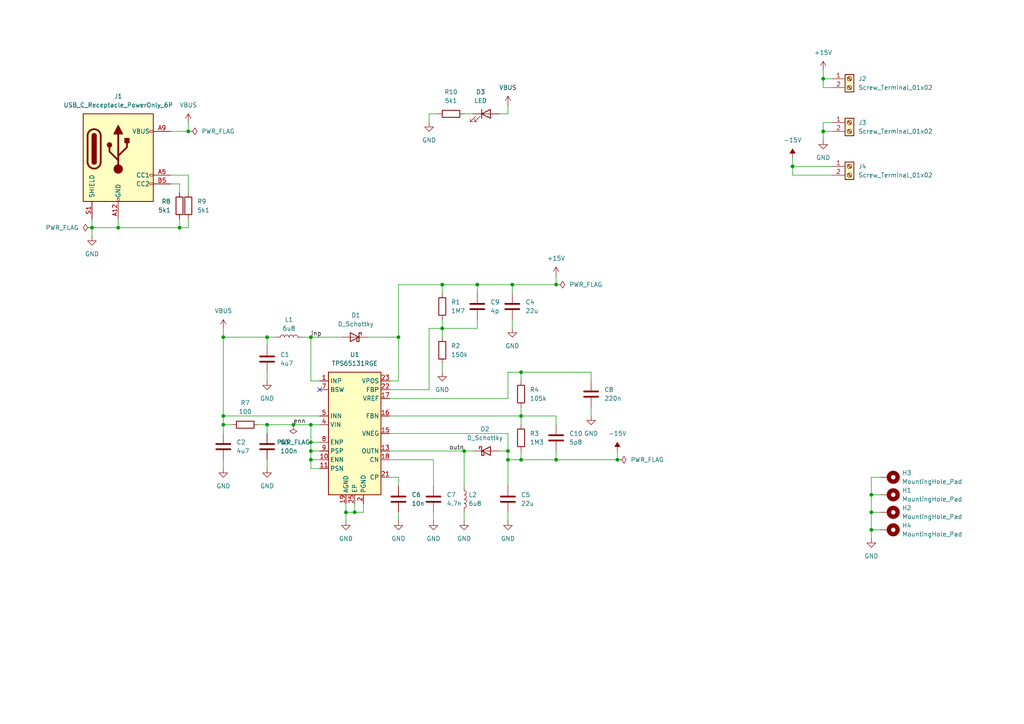
<source format=kicad_sch>
(kicad_sch (version 20231120) (generator "eeschema") (generator_version "8.0")
  (paper "A4")
  (lib_symbols
    (symbol "Connector:Screw_Terminal_01x02" (pin_names (offset 1.016) hide)
      (property "Reference" "J" (at 0 2.54 0))
      (property "Value" "Screw_Terminal_01x02" (at 0 -5.08 0))
      (symbol "Screw_Terminal_01x02_1_1"
        (rectangle (start -1.27 1.27) (end 1.27 -3.81) (stroke (width 0.254)) (fill (type background)))
        (circle (center 0 -2.54) (radius 0.635) (stroke (width 0.1524)))
        (polyline (pts (xy -0.5334 -2.2098) (xy 0.3302 -3.048)) (stroke (width 0.1524)))
        (polyline (pts (xy -0.5334 0.3302) (xy 0.3302 -0.508)) (stroke (width 0.1524)))
        (polyline (pts (xy -0.3556 -2.032) (xy 0.508 -2.8702)) (stroke (width 0.1524)))
        (polyline (pts (xy -0.3556 0.508) (xy 0.508 -0.3302)) (stroke (width 0.1524)))
        (circle (center 0 0) (radius 0.635) (stroke (width 0.1524)))
        (pin passive line (at -5.08 0 0) (length 3.81) (name "Pin_1") (number "1"))
        (pin passive line (at -5.08 -2.54 0) (length 3.81) (name "Pin_2") (number "2"))
      )
    )
    (symbol "Connector:USB_C_Receptacle_PowerOnly_6P" (pin_names (offset 1.016))
      (property "Reference" "J" (at 0 16.51 0))
      (property "Value" "USB_C_Receptacle_PowerOnly_6P" (at 0 13.97 0))
      (symbol "USB_C_Receptacle_PowerOnly_6P_0_0"
        (rectangle (start -0.254 -12.7) (end 0.254 -11.684))
        (rectangle (start 10.16 -7.366) (end 9.144 -7.874))
        (rectangle (start 10.16 -4.826) (end 9.144 -5.334))
        (rectangle (start 10.16 7.874) (end 9.144 7.366))
      )
      (symbol "USB_C_Receptacle_PowerOnly_6P_0_1"
        (rectangle (start -10.16 12.7) (end 10.16 -12.7) (stroke (width 0.254)) (fill (type background)))
        (arc (start -8.89 -1.27) (mid -6.985 -3.1667) (end -5.08 -1.27) (stroke (width 0.508)))
        (arc (start -7.62 -1.27) (mid -6.985 -1.9023) (end -6.35 -1.27) (stroke (width 0.254)))
        (arc (start -7.62 -1.27) (mid -6.985 -1.9023) (end -6.35 -1.27) (stroke (width 0.254)) (fill (type outline)))
        (rectangle (start -7.62 -1.27) (end -6.35 6.35) (stroke (width 0.254)) (fill (type outline)))
        (arc (start -6.35 6.35) (mid -6.985 6.9823) (end -7.62 6.35) (stroke (width 0.254)))
        (arc (start -6.35 6.35) (mid -6.985 6.9823) (end -7.62 6.35) (stroke (width 0.254)) (fill (type outline)))
        (arc (start -5.08 6.35) (mid -6.985 8.2467) (end -8.89 6.35) (stroke (width 0.508)))
        (circle (center -2.54 3.683) (radius 0.635) (stroke (width 0.254)) (fill (type outline)))
        (circle (center 0 -3.302) (radius 1.27) (fill (type outline)))
        (polyline (pts (xy -8.89 -1.27) (xy -8.89 6.35)) (stroke (width 0.508)))
        (polyline (pts (xy -5.08 6.35) (xy -5.08 -1.27)) (stroke (width 0.508)))
        (polyline (pts (xy 0 -3.302) (xy 0 6.858)) (stroke (width 0.508)))
        (polyline (pts (xy 0 -0.762) (xy -2.54 1.778) (xy -2.54 3.048)) (stroke (width 0.508)))
        (polyline (pts (xy 0 0.508) (xy 2.54 3.048) (xy 2.54 4.318)) (stroke (width 0.508)))
        (polyline (pts (xy -1.27 6.858) (xy 0 9.398) (xy 1.27 6.858) (xy -1.27 6.858)) (stroke (width 0.254)) (fill (type outline)))
        (rectangle (start 1.905 4.318) (end 3.175 5.588) (stroke (width 0.254)) (fill (type outline)))
      )
      (symbol "USB_C_Receptacle_PowerOnly_6P_1_1"
        (pin passive line (at 0 -17.78 90) (length 5.08) (name "GND") (number "A12"))
        (pin bidirectional line (at 15.24 -5.08 180) (length 5.08) (name "CC1") (number "A5"))
        (pin passive line (at 15.24 7.62 180) (length 5.08) (name "VBUS") (number "A9"))
        (pin passive line (at 0 -17.78 90) (length 5.08) hide (name "GND") (number "B12"))
        (pin bidirectional line (at 15.24 -7.62 180) (length 5.08) (name "CC2") (number "B5"))
        (pin passive line (at 15.24 7.62 180) (length 5.08) hide (name "VBUS") (number "B9"))
        (pin passive line (at -7.62 -17.78 90) (length 5.08) (name "SHIELD") (number "S1"))
      )
    )
    (symbol "Device:C" (pin_numbers hide) (pin_names (offset 0.254))
      (property "Reference" "C" (at 0.635 2.54 0))
      (property "Value" "C" (at 0.635 -2.54 0))
      (symbol "C_0_1"
        (polyline (pts (xy -2.032 -0.762) (xy 2.032 -0.762)) (stroke (width 0.508)))
        (polyline (pts (xy -2.032 0.762) (xy 2.032 0.762)) (stroke (width 0.508)))
      )
      (symbol "C_1_1"
        (pin passive line (at 0 3.81 270) (length 2.794) (name "~") (number "1"))
        (pin passive line (at 0 -3.81 90) (length 2.794) (name "~") (number "2"))
      )
    )
    (symbol "Device:D_Schottky" (pin_numbers hide) (pin_names (offset 1.016) hide)
      (property "Reference" "D" (at 0 2.54 0))
      (property "Value" "D_Schottky" (at 0 -2.54 0))
      (symbol "D_Schottky_0_1"
        (polyline (pts (xy 1.27 0) (xy -1.27 0)))
        (polyline (pts (xy 1.27 1.27) (xy 1.27 -1.27) (xy -1.27 0) (xy 1.27 1.27)) (stroke (width 0.254)))
        (polyline (pts (xy -1.905 0.635) (xy -1.905 1.27) (xy -1.27 1.27) (xy -1.27 -1.27) (xy -0.635 -1.27) (xy -0.635 -0.635)) (stroke (width 0.254)))
      )
      (symbol "D_Schottky_1_1"
        (pin passive line (at -3.81 0 0) (length 2.54) (name "K") (number "1"))
        (pin passive line (at 3.81 0 180) (length 2.54) (name "A") (number "2"))
      )
    )
    (symbol "Device:L" (pin_numbers hide) (pin_names (offset 1.016) hide)
      (property "Reference" "L" (at -1.27 0 90))
      (property "Value" "L" (at 1.905 0 90))
      (symbol "L_0_1"
        (arc (start 0 -2.54) (mid 0.6323 -1.905) (end 0 -1.27))
        (arc (start 0 -1.27) (mid 0.6323 -0.635) (end 0 0))
        (arc (start 0 0) (mid 0.6323 0.635) (end 0 1.27))
        (arc (start 0 1.27) (mid 0.6323 1.905) (end 0 2.54))
      )
      (symbol "L_1_1"
        (pin passive line (at 0 3.81 270) (length 1.27) (name "1") (number "1"))
        (pin passive line (at 0 -3.81 90) (length 1.27) (name "2") (number "2"))
      )
    )
    (symbol "Device:LED" (pin_numbers hide) (pin_names (offset 1.016) hide)
      (property "Reference" "D" (at 0 2.54 0))
      (property "Value" "LED" (at 0 -2.54 0))
      (symbol "LED_0_1"
        (polyline (pts (xy -1.27 -1.27) (xy -1.27 1.27)) (stroke (width 0.254)))
        (polyline (pts (xy -1.27 0) (xy 1.27 0)))
        (polyline (pts (xy 1.27 -1.27) (xy 1.27 1.27) (xy -1.27 0) (xy 1.27 -1.27)) (stroke (width 0.254)))
        (polyline (pts (xy -3.048 -0.762) (xy -4.572 -2.286) (xy -3.81 -2.286) (xy -4.572 -2.286) (xy -4.572 -1.524)))
        (polyline (pts (xy -1.778 -0.762) (xy -3.302 -2.286) (xy -2.54 -2.286) (xy -3.302 -2.286) (xy -3.302 -1.524)))
      )
      (symbol "LED_1_1"
        (pin passive line (at -3.81 0 0) (length 2.54) (name "K") (number "1"))
        (pin passive line (at 3.81 0 180) (length 2.54) (name "A") (number "2"))
      )
    )
    (symbol "Device:R" (pin_numbers hide) (pin_names (offset 0))
      (property "Reference" "R" (at 2.032 0 90))
      (property "Value" "R" (at 0 0 90))
      (symbol "R_0_1"
        (rectangle (start -1.016 -2.54) (end 1.016 2.54) (stroke (width 0.254)))
      )
      (symbol "R_1_1"
        (pin passive line (at 0 3.81 270) (length 1.27) (name "~") (number "1"))
        (pin passive line (at 0 -3.81 90) (length 1.27) (name "~") (number "2"))
      )
    )
    (symbol "Mechanical:MountingHole_Pad" (pin_numbers hide) (pin_names (offset 1.016) hide) (exclude_from_sim yes) (in_bom no)
      (property "Reference" "H" (at 0 6.35 0))
      (property "Value" "MountingHole_Pad" (at 0 4.445 0))
      (symbol "MountingHole_Pad_0_1"
        (circle (center 0 1.27) (radius 1.27) (stroke (width 1.27)))
      )
      (symbol "MountingHole_Pad_1_1"
        (pin input line (at 0 -2.54 90) (length 2.54) (name "1") (number "1"))
      )
    )
    (symbol "Regulator_Switching:TPS65131RGE"
      (property "Reference" "U" (at -6.858 21.082 0))
      (property "Value" "TPS65131RGE" (at -1.016 19.05 0))
      (symbol "TPS65131RGE_0_1"
        (rectangle (start -7.62 17.78) (end 7.62 -17.78) (stroke (width 0.254)) (fill (type background)))
      )
      (symbol "TPS65131RGE_1_1"
        (pin input line (at -10.16 15.24 0) (length 2.54) (name "INP") (number "1"))
        (pin input line (at -10.16 -7.62 0) (length 2.54) (name "ENN") (number "10"))
        (pin input line (at -10.16 -10.16 0) (length 2.54) (name "PSN") (number "11"))
        (pin no_connect line (at -7.62 7.62 0) (length 2.54) hide (name "NC") (number "12"))
        (pin output line (at 10.16 -5.08 180) (length 2.54) (name "OUTN") (number "13"))
        (pin passive line (at 10.16 -5.08 180) (length 2.54) hide (name "OUTN") (number "14"))
        (pin input line (at 10.16 0 180) (length 2.54) (name "VNEG") (number "15"))
        (pin input line (at 10.16 5.08 180) (length 2.54) (name "FBN") (number "16"))
        (pin output line (at 10.16 10.16 180) (length 2.54) (name "VREF") (number "17"))
        (pin passive line (at 10.16 -7.62 180) (length 2.54) (name "CN") (number "18"))
        (pin power_in line (at -2.54 -20.32 90) (length 2.54) (name "AGND") (number "19"))
        (pin power_in line (at 2.54 -20.32 90) (length 2.54) (name "PGND") (number "2"))
        (pin no_connect line (at -7.62 10.16 0) (length 2.54) hide (name "NC") (number "20"))
        (pin passive line (at 10.16 -12.7 180) (length 2.54) (name "CP") (number "21"))
        (pin input line (at 10.16 12.7 180) (length 2.54) (name "FBP") (number "22"))
        (pin input line (at 10.16 15.24 180) (length 2.54) (name "VPOS") (number "23"))
        (pin input line (at -10.16 15.24 0) (length 2.54) hide (name "INP") (number "24"))
        (pin passive line (at 0 -20.32 90) (length 2.54) (name "EP") (number "25"))
        (pin passive line (at 2.54 -20.32 90) (length 2.54) hide (name "PGND") (number "3"))
        (pin power_in line (at -10.16 2.54 0) (length 2.54) (name "VIN") (number "4"))
        (pin input line (at -10.16 5.08 0) (length 2.54) (name "INN") (number "5"))
        (pin input line (at -10.16 5.08 0) (length 2.54) hide (name "INN") (number "6"))
        (pin output line (at -10.16 12.7 0) (length 2.54) (name "BSW") (number "7"))
        (pin input line (at -10.16 -2.54 0) (length 2.54) (name "ENP") (number "8"))
        (pin input line (at -10.16 -5.08 0) (length 2.54) (name "PSP") (number "9"))
      )
    )
    (symbol "power:+15V" (power) (pin_numbers hide) (pin_names (offset 0) hide)
      (property "Value" "+15V" (at 0 3.556 0))
      (symbol "+15V_0_1"
        (polyline (pts (xy -0.762 1.27) (xy 0 2.54)))
        (polyline (pts (xy 0 0) (xy 0 2.54)))
        (polyline (pts (xy 0 2.54) (xy 0.762 1.27)))
      )
      (symbol "+15V_1_1"
        (pin power_in line (at 0 0 90) (length 0) (name "~") (number "1"))
      )
    )
    (symbol "power:-15V" (power) (pin_numbers hide) (pin_names (offset 0) hide)
      (property "Value" "-15V" (at 0 3.556 0))
      (symbol "-15V_0_0"
        (pin power_in line (at 0 0 90) (length 0) (name "~") (number "1"))
      )
      (symbol "-15V_0_1"
        (polyline (pts (xy 0 0) (xy 0 1.27) (xy 0.762 1.27) (xy 0 2.54) (xy -0.762 1.27) (xy 0 1.27)) (fill (type outline)))
      )
    )
    (symbol "power:GND" (power) (pin_numbers hide) (pin_names (offset 0) hide)
      (property "Value" "GND" (at 0 -3.81 0))
      (symbol "GND_0_1"
        (polyline (pts (xy 0 0) (xy 0 -1.27) (xy 1.27 -1.27) (xy 0 -2.54) (xy -1.27 -1.27) (xy 0 -1.27)))
      )
      (symbol "GND_1_1"
        (pin power_in line (at 0 0 270) (length 0) (name "~") (number "1"))
      )
    )
    (symbol "power:PWR_FLAG" (power) (pin_numbers hide) (pin_names (offset 0) hide)
      (property "Value" "PWR_FLAG" (at 0 3.81 0))
      (symbol "PWR_FLAG_0_0"
        (pin power_out line (at 0 0 90) (length 0) (name "~") (number "1"))
      )
      (symbol "PWR_FLAG_0_1"
        (polyline (pts (xy 0 0) (xy 0 1.27) (xy -1.016 1.905) (xy 0 2.54) (xy 1.016 1.905) (xy 0 1.27)))
      )
    )
    (symbol "power:VBUS" (power) (pin_numbers hide) (pin_names (offset 0) hide)
      (property "Value" "VBUS" (at 0 3.556 0))
      (symbol "VBUS_0_1"
        (polyline (pts (xy -0.762 1.27) (xy 0 2.54)))
        (polyline (pts (xy 0 0) (xy 0 2.54)))
        (polyline (pts (xy 0 2.54) (xy 0.762 1.27)))
      )
      (symbol "VBUS_1_1"
        (pin power_in line (at 0 0 90) (length 0) (name "~") (number "1"))
      )
    )
  )
  (junction (at 148.59 82.55))
  (junction (at 64.77 123.19))
  (junction (at 115.57 97.79))
  (junction (at 128.27 82.55))
  (junction (at 54.61 38.1))
  (junction (at 238.76 22.86))
  (junction (at 26.67 66.04))
  (junction (at 151.13 107.95))
  (junction (at 100.33 148.59))
  (junction (at 252.73 148.59))
  (junction (at 147.32 130.81))
  (junction (at 128.27 95.25))
  (junction (at 161.29 82.55))
  (junction (at 252.73 153.67))
  (junction (at 90.17 130.81))
  (junction (at 238.76 38.1))
  (junction (at 64.77 97.79))
  (junction (at 179.07 133.35))
  (junction (at 90.17 97.79))
  (junction (at 90.17 123.19))
  (junction (at 77.47 123.19))
  (junction (at 90.17 128.27))
  (junction (at 85.09 123.19))
  (junction (at 64.77 120.65))
  (junction (at 252.73 143.51))
  (junction (at 161.29 133.35))
  (junction (at 134.62 130.81))
  (junction (at 77.47 97.79))
  (junction (at 229.87 48.26))
  (junction (at 151.13 120.65))
  (junction (at 52.07 66.04))
  (junction (at 138.43 82.55))
  (junction (at 147.32 133.35))
  (junction (at 90.17 133.35))
  (junction (at 151.13 133.35))
  (junction (at 102.87 148.59))
  (junction (at 34.29 66.04))
  (no_connect (at 92.71 113.03))
  (wire (pts (xy 147.32 125.73) (xy 147.32 130.81)))
  (wire (pts (xy 229.87 50.8) (xy 241.3 50.8)))
  (wire (pts (xy 77.47 100.33) (xy 77.47 97.79)))
  (wire (pts (xy 252.73 138.43) (xy 255.27 138.43)))
  (wire (pts (xy 113.03 130.81) (xy 134.62 130.81)))
  (wire (pts (xy 105.41 146.05) (xy 105.41 148.59)))
  (wire (pts (xy 52.07 63.5) (xy 52.07 66.04)))
  (wire (pts (xy 147.32 148.59) (xy 147.32 151.13)))
  (wire (pts (xy 102.87 148.59) (xy 100.33 148.59)))
  (wire (pts (xy 134.62 130.81) (xy 137.16 130.81)))
  (wire (pts (xy 148.59 82.55) (xy 161.29 82.55)))
  (wire (pts (xy 161.29 80.01) (xy 161.29 82.55)))
  (wire (pts (xy 238.76 25.4) (xy 241.3 25.4)))
  (wire (pts (xy 124.46 95.25) (xy 124.46 113.03)))
  (wire (pts (xy 90.17 133.35) (xy 90.17 130.81)))
  (wire (pts (xy 115.57 110.49) (xy 115.57 97.79)))
  (wire (pts (xy 77.47 107.95) (xy 77.47 110.49)))
  (wire (pts (xy 54.61 50.8) (xy 54.61 55.88)))
  (wire (pts (xy 49.53 38.1) (xy 54.61 38.1)))
  (wire (pts (xy 252.73 148.59) (xy 255.27 148.59)))
  (wire (pts (xy 252.73 153.67) (xy 255.27 153.67)))
  (wire (pts (xy 252.73 143.51) (xy 252.73 138.43)))
  (wire (pts (xy 147.32 30.48) (xy 147.32 33.02)))
  (wire (pts (xy 179.07 130.81) (xy 179.07 133.35)))
  (wire (pts (xy 229.87 48.26) (xy 241.3 48.26)))
  (wire (pts (xy 127 33.02) (xy 124.46 33.02)))
  (wire (pts (xy 238.76 22.86) (xy 241.3 22.86)))
  (wire (pts (xy 64.77 133.35) (xy 64.77 135.89)))
  (wire (pts (xy 171.45 118.11) (xy 171.45 120.65)))
  (wire (pts (xy 138.43 95.25) (xy 128.27 95.25)))
  (wire (pts (xy 147.32 115.57) (xy 147.32 107.95)))
  (wire (pts (xy 64.77 120.65) (xy 64.77 123.19)))
  (wire (pts (xy 85.09 123.19) (xy 90.17 123.19)))
  (wire (pts (xy 102.87 146.05) (xy 102.87 148.59)))
  (wire (pts (xy 238.76 38.1) (xy 241.3 38.1)))
  (wire (pts (xy 151.13 120.65) (xy 161.29 120.65)))
  (wire (pts (xy 138.43 92.71) (xy 138.43 95.25)))
  (wire (pts (xy 100.33 148.59) (xy 100.33 151.13)))
  (wire (pts (xy 134.62 148.59) (xy 134.62 151.13)))
  (wire (pts (xy 77.47 123.19) (xy 85.09 123.19)))
  (wire (pts (xy 26.67 63.5) (xy 26.67 66.04)))
  (wire (pts (xy 90.17 110.49) (xy 92.71 110.49)))
  (wire (pts (xy 90.17 97.79) (xy 99.06 97.79)))
  (wire (pts (xy 92.71 123.19) (xy 90.17 123.19)))
  (wire (pts (xy 151.13 107.95) (xy 171.45 107.95)))
  (wire (pts (xy 105.41 148.59) (xy 102.87 148.59)))
  (wire (pts (xy 125.73 148.59) (xy 125.73 151.13)))
  (wire (pts (xy 128.27 95.25) (xy 128.27 97.79)))
  (wire (pts (xy 148.59 95.25) (xy 148.59 92.71)))
  (wire (pts (xy 128.27 82.55) (xy 115.57 82.55)))
  (wire (pts (xy 90.17 97.79) (xy 90.17 110.49)))
  (wire (pts (xy 34.29 63.5) (xy 34.29 66.04)))
  (wire (pts (xy 147.32 130.81) (xy 147.32 133.35)))
  (wire (pts (xy 26.67 66.04) (xy 34.29 66.04)))
  (wire (pts (xy 115.57 140.97) (xy 115.57 138.43)))
  (wire (pts (xy 229.87 48.26) (xy 229.87 50.8)))
  (wire (pts (xy 124.46 113.03) (xy 113.03 113.03)))
  (wire (pts (xy 124.46 33.02) (xy 124.46 35.56)))
  (wire (pts (xy 252.73 156.21) (xy 252.73 153.67)))
  (wire (pts (xy 161.29 130.81) (xy 161.29 133.35)))
  (wire (pts (xy 54.61 35.56) (xy 54.61 38.1)))
  (wire (pts (xy 147.32 130.81) (xy 144.78 130.81)))
  (wire (pts (xy 52.07 53.34) (xy 52.07 55.88)))
  (wire (pts (xy 113.03 120.65) (xy 151.13 120.65)))
  (wire (pts (xy 74.93 123.19) (xy 77.47 123.19)))
  (wire (pts (xy 151.13 130.81) (xy 151.13 133.35)))
  (wire (pts (xy 92.71 120.65) (xy 64.77 120.65)))
  (wire (pts (xy 147.32 133.35) (xy 147.32 140.97)))
  (wire (pts (xy 90.17 130.81) (xy 92.71 130.81)))
  (wire (pts (xy 90.17 133.35) (xy 92.71 133.35)))
  (wire (pts (xy 128.27 105.41) (xy 128.27 107.95)))
  (wire (pts (xy 171.45 107.95) (xy 171.45 110.49)))
  (wire (pts (xy 252.73 153.67) (xy 252.73 148.59)))
  (wire (pts (xy 138.43 82.55) (xy 128.27 82.55)))
  (wire (pts (xy 148.59 85.09) (xy 148.59 82.55)))
  (wire (pts (xy 134.62 130.81) (xy 134.62 140.97)))
  (wire (pts (xy 90.17 128.27) (xy 92.71 128.27)))
  (wire (pts (xy 147.32 33.02) (xy 144.78 33.02)))
  (wire (pts (xy 115.57 82.55) (xy 115.57 97.79)))
  (wire (pts (xy 151.13 118.11) (xy 151.13 120.65)))
  (wire (pts (xy 238.76 40.64) (xy 238.76 38.1)))
  (wire (pts (xy 115.57 138.43) (xy 113.03 138.43)))
  (wire (pts (xy 77.47 133.35) (xy 77.47 135.89)))
  (wire (pts (xy 100.33 146.05) (xy 100.33 148.59)))
  (wire (pts (xy 161.29 120.65) (xy 161.29 123.19)))
  (wire (pts (xy 161.29 133.35) (xy 179.07 133.35)))
  (wire (pts (xy 229.87 45.72) (xy 229.87 48.26)))
  (wire (pts (xy 64.77 97.79) (xy 77.47 97.79)))
  (wire (pts (xy 151.13 110.49) (xy 151.13 107.95)))
  (wire (pts (xy 238.76 35.56) (xy 241.3 35.56)))
  (wire (pts (xy 64.77 125.73) (xy 64.77 123.19)))
  (wire (pts (xy 113.03 125.73) (xy 147.32 125.73)))
  (wire (pts (xy 252.73 148.59) (xy 252.73 143.51)))
  (wire (pts (xy 147.32 133.35) (xy 151.13 133.35)))
  (wire (pts (xy 54.61 66.04) (xy 54.61 63.5)))
  (wire (pts (xy 113.03 110.49) (xy 115.57 110.49)))
  (wire (pts (xy 90.17 135.89) (xy 90.17 133.35)))
  (wire (pts (xy 125.73 140.97) (xy 125.73 133.35)))
  (wire (pts (xy 148.59 82.55) (xy 138.43 82.55)))
  (wire (pts (xy 90.17 97.79) (xy 87.63 97.79)))
  (wire (pts (xy 115.57 148.59) (xy 115.57 151.13)))
  (wire (pts (xy 49.53 53.34) (xy 52.07 53.34)))
  (wire (pts (xy 138.43 85.09) (xy 138.43 82.55)))
  (wire (pts (xy 238.76 22.86) (xy 238.76 25.4)))
  (wire (pts (xy 115.57 97.79) (xy 106.68 97.79)))
  (wire (pts (xy 128.27 85.09) (xy 128.27 82.55)))
  (wire (pts (xy 64.77 123.19) (xy 67.31 123.19)))
  (wire (pts (xy 92.71 135.89) (xy 90.17 135.89)))
  (wire (pts (xy 77.47 123.19) (xy 77.47 125.73)))
  (wire (pts (xy 34.29 66.04) (xy 52.07 66.04)))
  (wire (pts (xy 147.32 107.95) (xy 151.13 107.95)))
  (wire (pts (xy 52.07 66.04) (xy 54.61 66.04)))
  (wire (pts (xy 49.53 50.8) (xy 54.61 50.8)))
  (wire (pts (xy 26.67 68.58) (xy 26.67 66.04)))
  (wire (pts (xy 252.73 143.51) (xy 255.27 143.51)))
  (wire (pts (xy 128.27 95.25) (xy 124.46 95.25)))
  (wire (pts (xy 90.17 123.19) (xy 90.17 128.27)))
  (wire (pts (xy 90.17 130.81) (xy 90.17 128.27)))
  (wire (pts (xy 151.13 120.65) (xy 151.13 123.19)))
  (wire (pts (xy 113.03 115.57) (xy 147.32 115.57)))
  (wire (pts (xy 134.62 33.02) (xy 137.16 33.02)))
  (wire (pts (xy 125.73 133.35) (xy 113.03 133.35)))
  (wire (pts (xy 151.13 133.35) (xy 161.29 133.35)))
  (wire (pts (xy 238.76 38.1) (xy 238.76 35.56)))
  (wire (pts (xy 64.77 120.65) (xy 64.77 97.79)))
  (wire (pts (xy 77.47 97.79) (xy 80.01 97.79)))
  (wire (pts (xy 238.76 20.32) (xy 238.76 22.86)))
  (wire (pts (xy 128.27 92.71) (xy 128.27 95.25)))
  (wire (pts (xy 64.77 95.25) (xy 64.77 97.79)))
  (label "enn" (at 85.09 123.19 0))
  (label "inp" (at 90.17 97.79 0))
  (label "outn" (at 134.62 130.81 180))
  (symbol (lib_id "Device:D_Schottky") (at 102.87 97.79 0) (mirror y) (unit 1)
    (property "Reference" "D1" (at 103.1875 91.44 0))
    (property "Value" "D_Schottky" (at 103.1875 93.98 0))
    (property "Footprint" "Diode_SMD:D_SMP_DO-220AA" (effects (hide yes)))
    (property "Description" "Schottky diode" (effects (hide yes)))
  )
  (symbol (lib_id "power:GND") (at 77.47 110.49 0) (unit 1)
    (property "Reference" "#PWR03" (effects (hide yes)))
    (property "Value" "GND" (at 77.47 115.57 0))
    (property "Description" "Power symbol creates a global label with name \"GND\" , ground" (effects (hide yes)))
  )
  (symbol (lib_id "Device:R") (at 130.81 33.02 90) (unit 1)
    (property "Reference" "R10" (at 130.81 26.67 90))
    (property "Value" "5k1" (at 130.81 29.21 90))
    (property "Footprint" "Resistor_SMD:R_0805_2012Metric" (effects (hide yes)))
    (property "Description" "Resistor" (effects (hide yes)))
  )
  (symbol (lib_id "Device:C") (at 171.45 114.3 0) (unit 1)
    (property "Reference" "C8" (at 175.26 113.0299 0) (effects (justify left)))
    (property "Value" "220n" (at 175.26 115.5699 0) (effects (justify left)))
    (property "Footprint" "Capacitor_SMD:C_0603_1608Metric" (effects (hide yes)))
    (property "Description" "Unpolarized capacitor" (effects (hide yes)))
  )
  (symbol (lib_id "Mechanical:MountingHole_Pad") (at 257.81 153.67 270) (unit 1) (exclude_from_sim yes) (in_bom no)
    (property "Reference" "H4" (at 261.62 152.3999 90) (effects (justify left)))
    (property "Value" "MountingHole_Pad" (at 261.62 154.9399 90) (effects (justify left)))
    (property "Footprint" "MountingHole:MountingHole_2.2mm_M2_DIN965_Pad_TopBottom" (effects (hide yes)))
    (property "Description" "Mounting Hole with connection" (effects (hide yes)))
  )
  (symbol (lib_id "power:GND") (at 171.45 120.65 0) (unit 1)
    (property "Reference" "#PWR012" (effects (hide yes)))
    (property "Value" "GND" (at 171.45 125.73 0))
    (property "Description" "Power symbol creates a global label with name \"GND\" , ground" (effects (hide yes)))
  )
  (symbol (lib_id "power:-15V") (at 179.07 130.81 0) (unit 1)
    (property "Reference" "#PWR015" (effects (hide yes)))
    (property "Value" "-15V" (at 179.07 125.73 0))
    (property "Description" "Power symbol creates a global label with name \"-15V\"" (effects (hide yes)))
  )
  (symbol (lib_id "Connector:Screw_Terminal_01x02") (at 246.38 48.26 0) (unit 1)
    (property "Reference" "J4" (at 248.92 48.2599 0) (effects (justify left)))
    (property "Value" "Screw_Terminal_01x02" (at 248.92 50.7999 0) (effects (justify left)))
    (property "Footprint" "TerminalBlock_Phoenix:TerminalBlock_Phoenix_MKDS-1,5-2-5.08_1x02_P5.08mm_Horizontal" (effects (hide yes)))
    (property "Description" "Generic screw terminal, single row, 01x02, script generated (kicad-library-utils/schlib/autogen/connector/)" (effects (hide yes)))
  )
  (symbol (lib_id "power:+15V") (at 238.76 20.32 0) (unit 1)
    (property "Reference" "#PWR016" (effects (hide yes)))
    (property "Value" "+15V" (at 238.76 15.24 0))
    (property "Description" "Power symbol creates a global label with name \"+15V\"" (effects (hide yes)))
  )
  (symbol (lib_id "Device:L") (at 134.62 144.78 0) (unit 1)
    (property "Reference" "L2" (at 135.89 143.5099 0) (effects (justify left)))
    (property "Value" "6u8" (at 135.89 146.0499 0) (effects (justify left)))
    (property "Footprint" "Inductor_SMD:L_Taiyo-Yuden_MD-5050" (effects (hide yes)))
    (property "Description" "Inductor" (effects (hide yes)))
  )
  (symbol (lib_id "power:GND") (at 115.57 151.13 0) (unit 1)
    (property "Reference" "#PWR08" (effects (hide yes)))
    (property "Value" "GND" (at 115.57 156.21 0))
    (property "Description" "Power symbol creates a global label with name \"GND\" , ground" (effects (hide yes)))
  )
  (symbol (lib_id "Device:C") (at 161.29 127 0) (unit 1)
    (property "Reference" "C10" (at 165.1 125.7299 0) (effects (justify left)))
    (property "Value" "5p8" (at 165.1 128.2699 0) (effects (justify left)))
    (property "Footprint" "Capacitor_SMD:C_0603_1608Metric" (effects (hide yes)))
    (property "Description" "Unpolarized capacitor" (effects (hide yes)))
  )
  (symbol (lib_id "Mechanical:MountingHole_Pad") (at 257.81 138.43 270) (unit 1) (exclude_from_sim yes) (in_bom no)
    (property "Reference" "H3" (at 261.62 137.1599 90) (effects (justify left)))
    (property "Value" "MountingHole_Pad" (at 261.62 139.6999 90) (effects (justify left)))
    (property "Footprint" "MountingHole:MountingHole_2.2mm_M2_DIN965_Pad_TopBottom" (effects (hide yes)))
    (property "Description" "Mounting Hole with connection" (effects (hide yes)))
  )
  (symbol (lib_id "Device:L") (at 83.82 97.79 90) (unit 1)
    (property "Reference" "L1" (at 83.82 92.71 90))
    (property "Value" "6u8" (at 83.82 95.25 90))
    (property "Footprint" "Inductor_SMD:L_Taiyo-Yuden_MD-5050" (effects (hide yes)))
    (property "Description" "Inductor" (effects (hide yes)))
  )
  (symbol (lib_id "Device:LED") (at 140.97 33.02 0) (unit 1)
    (property "Reference" "D3" (at 139.3825 26.67 0))
    (property "Value" "LED" (at 139.3825 29.21 0))
    (property "Footprint" "LED_SMD:LED_0805_2012Metric" (effects (hide yes)))
    (property "Description" "Light emitting diode" (effects (hide yes)))
  )
  (symbol (lib_id "Device:R") (at 151.13 114.3 0) (unit 1)
    (property "Reference" "R4" (at 153.67 113.0299 0) (effects (justify left)))
    (property "Value" "105k" (at 153.67 115.5699 0) (effects (justify left)))
    (property "Footprint" "Resistor_SMD:R_0603_1608Metric" (effects (hide yes)))
    (property "Description" "Resistor" (effects (hide yes)))
  )
  (symbol (lib_id "Device:R") (at 54.61 59.69 0) (unit 1)
    (property "Reference" "R9" (at 57.15 58.4199 0) (effects (justify left)))
    (property "Value" "5k1" (at 57.15 60.9599 0) (effects (justify left)))
    (property "Footprint" "Resistor_SMD:R_0805_2012Metric" (effects (hide yes)))
    (property "Description" "Resistor" (effects (hide yes)))
  )
  (symbol (lib_id "power:PWR_FLAG") (at 161.29 82.55 270) (unit 1)
    (property "Reference" "#FLG02" (effects (hide yes)))
    (property "Value" "PWR_FLAG" (at 165.1 82.5499 90) (effects (justify left)))
    (property "Description" "Special symbol for telling ERC where power comes from" (effects (hide yes)))
  )
  (symbol (lib_id "Device:R") (at 128.27 101.6 0) (unit 1)
    (property "Reference" "R2" (at 130.81 100.3299 0) (effects (justify left)))
    (property "Value" "150k" (at 130.81 102.8699 0) (effects (justify left)))
    (property "Footprint" "Resistor_SMD:R_0603_1608Metric" (effects (hide yes)))
    (property "Description" "Resistor" (effects (hide yes)))
  )
  (symbol (lib_id "Device:R") (at 52.07 59.69 0) (mirror y) (unit 1)
    (property "Reference" "R8" (at 49.53 58.4199 0) (effects (justify left)))
    (property "Value" "5k1" (at 49.53 60.9599 0) (effects (justify left)))
    (property "Footprint" "Resistor_SMD:R_0805_2012Metric" (effects (hide yes)))
    (property "Description" "Resistor" (effects (hide yes)))
  )
  (symbol (lib_id "power:GND") (at 134.62 151.13 0) (unit 1)
    (property "Reference" "#PWR010" (effects (hide yes)))
    (property "Value" "GND" (at 134.62 156.21 0))
    (property "Description" "Power symbol creates a global label with name \"GND\" , ground" (effects (hide yes)))
  )
  (symbol (lib_id "power:VBUS") (at 54.61 35.56 0) (unit 1)
    (property "Reference" "#PWR02" (effects (hide yes)))
    (property "Value" "VBUS" (at 54.61 30.48 0))
    (property "Description" "Power symbol creates a global label with name \"VBUS\"" (effects (hide yes)))
  )
  (symbol (lib_id "Connector:USB_C_Receptacle_PowerOnly_6P") (at 34.29 45.72 0) (unit 1)
    (property "Reference" "J1" (at 34.29 27.94 0))
    (property "Value" "USB_C_Receptacle_PowerOnly_6P" (at 34.29 30.48 0))
    (property "Footprint" "Connector_USB:USB_C_Receptacle_GCT_USB4125-xx-x_6P_TopMnt_Horizontal" (effects (hide yes)))
    (property "Datasheet" "https://www.usb.org/sites/default/files/documents/usb_type-c.zip" (effects (hide yes)))
    (property "Description" "USB Power-Only 6P Type-C Receptacle connector" (effects (hide yes)))
  )
  (symbol (lib_id "power:GND") (at 26.67 68.58 0) (unit 1)
    (property "Reference" "#PWR01" (effects (hide yes)))
    (property "Value" "GND" (at 26.67 73.66 0))
    (property "Description" "Power symbol creates a global label with name \"GND\" , ground" (effects (hide yes)))
  )
  (symbol (lib_id "Device:C") (at 77.47 129.54 0) (unit 1)
    (property "Reference" "C3" (at 81.28 128.2699 0) (effects (justify left)))
    (property "Value" "100n" (at 81.28 130.8099 0) (effects (justify left)))
    (property "Footprint" "Capacitor_SMD:C_0603_1608Metric" (effects (hide yes)))
    (property "Description" "Unpolarized capacitor" (effects (hide yes)))
  )
  (symbol (lib_id "power:GND") (at 77.47 135.89 0) (unit 1)
    (property "Reference" "#PWR05" (effects (hide yes)))
    (property "Value" "GND" (at 77.47 140.97 0))
    (property "Description" "Power symbol creates a global label with name \"GND\" , ground" (effects (hide yes)))
  )
  (symbol (lib_id "power:PWR_FLAG") (at 54.61 38.1 270) (unit 1)
    (property "Reference" "#FLG01" (effects (hide yes)))
    (property "Value" "PWR_FLAG" (at 58.42 38.0999 90) (effects (justify left)))
    (property "Description" "Special symbol for telling ERC where power comes from" (effects (hide yes)))
  )
  (symbol (lib_id "power:GND") (at 128.27 107.95 0) (unit 1)
    (property "Reference" "#PWR014" (effects (hide yes)))
    (property "Value" "GND" (at 128.27 113.03 0))
    (property "Description" "Power symbol creates a global label with name \"GND\" , ground" (effects (hide yes)))
  )
  (symbol (lib_id "Device:C") (at 77.47 104.14 0) (unit 1)
    (property "Reference" "C1" (at 81.28 102.8699 0) (effects (justify left)))
    (property "Value" "4u7" (at 81.28 105.4099 0) (effects (justify left)))
    (property "Footprint" "Capacitor_SMD:C_0805_2012Metric" (effects (hide yes)))
    (property "Description" "Unpolarized capacitor" (effects (hide yes)))
  )
  (symbol (lib_id "power:GND") (at 147.32 151.13 0) (unit 1)
    (property "Reference" "#PWR011" (effects (hide yes)))
    (property "Value" "GND" (at 147.32 156.21 0))
    (property "Description" "Power symbol creates a global label with name \"GND\" , ground" (effects (hide yes)))
  )
  (symbol (lib_id "Mechanical:MountingHole_Pad") (at 257.81 143.51 270) (unit 1) (exclude_from_sim yes) (in_bom no)
    (property "Reference" "H1" (at 261.62 142.2399 90) (effects (justify left)))
    (property "Value" "MountingHole_Pad" (at 261.62 144.7799 90) (effects (justify left)))
    (property "Footprint" "MountingHole:MountingHole_2.2mm_M2_DIN965_Pad_TopBottom" (effects (hide yes)))
    (property "Description" "Mounting Hole with connection" (effects (hide yes)))
  )
  (symbol (lib_id "Device:R") (at 128.27 88.9 0) (unit 1)
    (property "Reference" "R1" (at 130.81 87.6299 0) (effects (justify left)))
    (property "Value" "1M7" (at 130.81 90.1699 0) (effects (justify left)))
    (property "Footprint" "Resistor_SMD:R_0603_1608Metric" (effects (hide yes)))
    (property "Description" "Resistor" (effects (hide yes)))
  )
  (symbol (lib_id "power:+15V") (at 161.29 80.01 0) (unit 1)
    (property "Reference" "#PWR013" (effects (hide yes)))
    (property "Value" "+15V" (at 161.29 74.93 0))
    (property "Description" "Power symbol creates a global label with name \"+15V\"" (effects (hide yes)))
  )
  (symbol (lib_id "Connector:Screw_Terminal_01x02") (at 246.38 22.86 0) (unit 1)
    (property "Reference" "J2" (at 248.92 22.8599 0) (effects (justify left)))
    (property "Value" "Screw_Terminal_01x02" (at 248.92 25.3999 0) (effects (justify left)))
    (property "Footprint" "TerminalBlock_Phoenix:TerminalBlock_Phoenix_MKDS-1,5-2-5.08_1x02_P5.08mm_Horizontal" (effects (hide yes)))
    (property "Description" "Generic screw terminal, single row, 01x02, script generated (kicad-library-utils/schlib/autogen/connector/)" (effects (hide yes)))
  )
  (symbol (lib_id "Device:C") (at 147.32 144.78 0) (unit 1)
    (property "Reference" "C5" (at 151.13 143.5099 0) (effects (justify left)))
    (property "Value" "22u" (at 151.13 146.0499 0) (effects (justify left)))
    (property "Footprint" "Capacitor_SMD:C_0805_2012Metric" (effects (hide yes)))
    (property "Description" "Unpolarized capacitor" (effects (hide yes)))
  )
  (symbol (lib_id "power:PWR_FLAG") (at 26.67 66.04 90) (unit 1)
    (property "Reference" "#FLG05" (effects (hide yes)))
    (property "Value" "PWR_FLAG" (at 22.86 66.0399 90) (effects (justify left)))
    (property "Description" "Special symbol for telling ERC where power comes from" (effects (hide yes)))
  )
  (symbol (lib_id "Device:C") (at 148.59 88.9 0) (unit 1)
    (property "Reference" "C4" (at 152.4 87.6299 0) (effects (justify left)))
    (property "Value" "22u" (at 152.4 90.1699 0) (effects (justify left)))
    (property "Footprint" "Capacitor_SMD:C_0805_2012Metric" (effects (hide yes)))
    (property "Description" "Unpolarized capacitor" (effects (hide yes)))
  )
  (symbol (lib_id "Device:C") (at 64.77 129.54 0) (unit 1)
    (property "Reference" "C2" (at 68.58 128.2699 0) (effects (justify left)))
    (property "Value" "4u7" (at 68.58 130.8099 0) (effects (justify left)))
    (property "Footprint" "Capacitor_SMD:C_0805_2012Metric" (effects (hide yes)))
    (property "Description" "Unpolarized capacitor" (effects (hide yes)))
  )
  (symbol (lib_id "power:GND") (at 100.33 151.13 0) (unit 1)
    (property "Reference" "#PWR07" (effects (hide yes)))
    (property "Value" "GND" (at 100.33 156.21 0))
    (property "Description" "Power symbol creates a global label with name \"GND\" , ground" (effects (hide yes)))
  )
  (symbol (lib_id "power:GND") (at 148.59 95.25 0) (unit 1)
    (property "Reference" "#PWR022" (effects (hide yes)))
    (property "Value" "GND" (at 148.59 100.33 0))
    (property "Description" "Power symbol creates a global label with name \"GND\" , ground" (effects (hide yes)))
  )
  (symbol (lib_id "power:GND") (at 64.77 135.89 0) (unit 1)
    (property "Reference" "#PWR04" (effects (hide yes)))
    (property "Value" "GND" (at 64.77 140.97 0))
    (property "Description" "Power symbol creates a global label with name \"GND\" , ground" (effects (hide yes)))
  )
  (symbol (lib_id "power:VBUS") (at 64.77 95.25 0) (unit 1)
    (property "Reference" "#PWR06" (effects (hide yes)))
    (property "Value" "VBUS" (at 64.77 90.17 0))
    (property "Description" "Power symbol creates a global label with name \"VBUS\"" (effects (hide yes)))
  )
  (symbol (lib_id "power:GND") (at 252.73 156.21 0) (unit 1)
    (property "Reference" "#PWR019" (effects (hide yes)))
    (property "Value" "GND" (at 252.73 161.29 0))
    (property "Description" "Power symbol creates a global label with name \"GND\" , ground" (effects (hide yes)))
  )
  (symbol (lib_id "power:-15V") (at 229.87 45.72 0) (unit 1)
    (property "Reference" "#PWR017" (effects (hide yes)))
    (property "Value" "-15V" (at 229.87 40.64 0))
    (property "Description" "Power symbol creates a global label with name \"-15V\"" (effects (hide yes)))
  )
  (symbol (lib_id "power:PWR_FLAG") (at 179.07 133.35 270) (unit 1)
    (property "Reference" "#FLG03" (effects (hide yes)))
    (property "Value" "PWR_FLAG" (at 182.88 133.3499 90) (effects (justify left)))
    (property "Description" "Special symbol for telling ERC where power comes from" (effects (hide yes)))
  )
  (symbol (lib_id "Device:R") (at 71.12 123.19 90) (unit 1)
    (property "Reference" "R7" (at 71.12 116.84 90))
    (property "Value" "100" (at 71.12 119.38 90))
    (property "Footprint" "Resistor_SMD:R_0603_1608Metric" (effects (hide yes)))
    (property "Description" "Resistor" (effects (hide yes)))
  )
  (symbol (lib_id "Device:C") (at 138.43 88.9 0) (unit 1)
    (property "Reference" "C9" (at 142.24 87.6299 0) (effects (justify left)))
    (property "Value" "4p" (at 142.24 90.1699 0) (effects (justify left)))
    (property "Footprint" "Capacitor_SMD:C_0603_1608Metric" (effects (hide yes)))
    (property "Description" "Unpolarized capacitor" (effects (hide yes)))
  )
  (symbol (lib_id "Connector:Screw_Terminal_01x02") (at 246.38 35.56 0) (unit 1)
    (property "Reference" "J3" (at 248.92 35.5599 0) (effects (justify left)))
    (property "Value" "Screw_Terminal_01x02" (at 248.92 38.0999 0) (effects (justify left)))
    (property "Footprint" "TerminalBlock_Phoenix:TerminalBlock_Phoenix_MKDS-1,5-2-5.08_1x02_P5.08mm_Horizontal" (effects (hide yes)))
    (property "Description" "Generic screw terminal, single row, 01x02, script generated (kicad-library-utils/schlib/autogen/connector/)" (effects (hide yes)))
  )
  (symbol (lib_id "Device:C") (at 125.73 144.78 0) (unit 1)
    (property "Reference" "C7" (at 129.54 143.5099 0) (effects (justify left)))
    (property "Value" "4.7n" (at 129.54 146.0499 0) (effects (justify left)))
    (property "Footprint" "Capacitor_SMD:C_0603_1608Metric" (effects (hide yes)))
    (property "Description" "Unpolarized capacitor" (effects (hide yes)))
  )
  (symbol (lib_id "power:PWR_FLAG") (at 85.09 123.19 180) (unit 1)
    (property "Reference" "#FLG04" (effects (hide yes)))
    (property "Value" "PWR_FLAG" (at 85.09 128.27 0))
    (property "Description" "Special symbol for telling ERC where power comes from" (effects (hide yes)))
  )
  (symbol (lib_id "Device:R") (at 151.13 127 0) (unit 1)
    (property "Reference" "R3" (at 153.67 125.7299 0) (effects (justify left)))
    (property "Value" "1M3" (at 153.67 128.2699 0) (effects (justify left)))
    (property "Footprint" "Resistor_SMD:R_0603_1608Metric" (effects (hide yes)))
    (property "Description" "Resistor" (effects (hide yes)))
  )
  (symbol (lib_id "power:GND") (at 238.76 40.64 0) (unit 1)
    (property "Reference" "#PWR018" (effects (hide yes)))
    (property "Value" "GND" (at 238.76 45.72 0))
    (property "Description" "Power symbol creates a global label with name \"GND\" , ground" (effects (hide yes)))
  )
  (symbol (lib_id "Mechanical:MountingHole_Pad") (at 257.81 148.59 270) (unit 1) (exclude_from_sim yes) (in_bom no)
    (property "Reference" "H2" (at 261.62 147.3199 90) (effects (justify left)))
    (property "Value" "MountingHole_Pad" (at 261.62 149.8599 90) (effects (justify left)))
    (property "Footprint" "MountingHole:MountingHole_2.2mm_M2_DIN965_Pad_TopBottom" (effects (hide yes)))
    (property "Description" "Mounting Hole with connection" (effects (hide yes)))
  )
  (symbol (lib_id "power:VBUS") (at 147.32 30.48 0) (unit 1)
    (property "Reference" "#PWR021" (effects (hide yes)))
    (property "Value" "VBUS" (at 147.32 25.4 0))
    (property "Description" "Power symbol creates a global label with name \"VBUS\"" (effects (hide yes)))
  )
  (symbol (lib_id "Regulator_Switching:TPS65131RGE") (at 102.87 125.73 0) (unit 1)
    (property "Reference" "U1" (at 102.87 102.87 0))
    (property "Value" "TPS65131RGE" (at 102.87 105.41 0))
    (property "Footprint" "Package_DFN_QFN:VQFN-24-1EP_4x4mm_P0.5mm_EP2.45x2.45mm_ThermalVias" (effects (hide yes)))
    (property "Datasheet" "http://www.ti.com/lit/ds/symlink/tps65130.pdf" (effects (hide yes)))
    (property "Description" "Split-Rail Converter with Dual, Positive and Negative Outputs (750mA typ, Switch Current Limit 1950mA typ),), 2.7-5.5V, VQFN-24" (effects (hide yes)))
  )
  (symbol (lib_id "power:GND") (at 124.46 35.56 0) (unit 1)
    (property "Reference" "#PWR020" (effects (hide yes)))
    (property "Value" "GND" (at 124.46 40.64 0))
    (property "Description" "Power symbol creates a global label with name \"GND\" , ground" (effects (hide yes)))
  )
  (symbol (lib_id "power:GND") (at 125.73 151.13 0) (unit 1)
    (property "Reference" "#PWR09" (effects (hide yes)))
    (property "Value" "GND" (at 125.73 156.21 0))
    (property "Description" "Power symbol creates a global label with name \"GND\" , ground" (effects (hide yes)))
  )
  (symbol (lib_id "Device:D_Schottky") (at 140.97 130.81 0) (unit 1)
    (property "Reference" "D2" (at 140.6525 124.46 0))
    (property "Value" "D_Schottky" (at 140.6525 127 0))
    (property "Footprint" "Diode_SMD:D_SMP_DO-220AA" (effects (hide yes)))
    (property "Description" "Schottky diode" (effects (hide yes)))
  )
  (symbol (lib_id "Device:C") (at 115.57 144.78 0) (unit 1)
    (property "Reference" "C6" (at 119.38 143.5099 0) (effects (justify left)))
    (property "Value" "10n" (at 119.38 146.0499 0) (effects (justify left)))
    (property "Footprint" "Capacitor_SMD:C_0603_1608Metric" (effects (hide yes)))
    (property "Description" "Unpolarized capacitor" (effects (hide yes)))
  )
)
</source>
